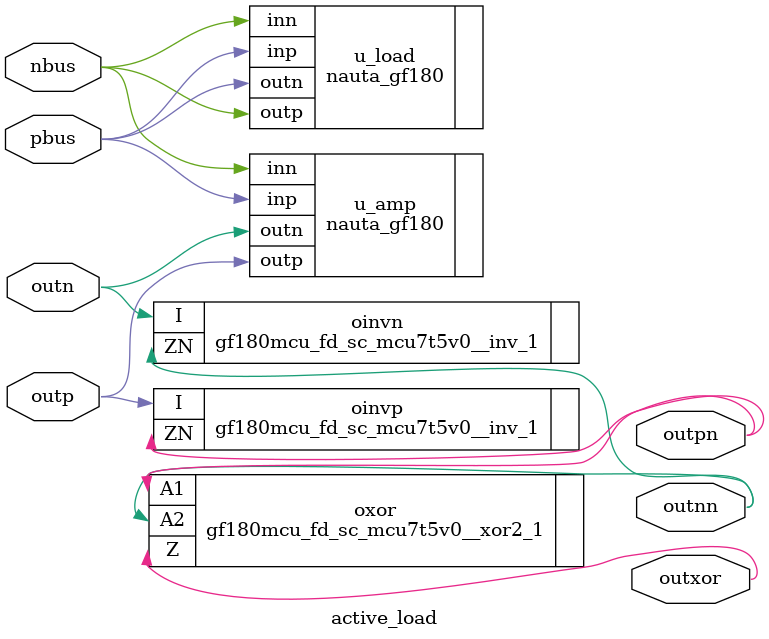
<source format=v>

`default_nettype none
module active_load(
    inout pbus,
    inout nbus,
    inout outp,
    inout outn,
    output outpn,   // output amplified by an inverter
    output outnn,   // output amplified by an inverter
    output outxor   // post inverter, xored
);

    // 3x112uS -> 3kΩ 
    // Active Load
    (* keep *) nauta_gf180 #(.MULT(4*3),.AUX(2*3)) u_load(.inp(pbus),.inn(nbus),.outp(nbus),.outn(pbus));

    // Intermediate Gain
    (* keep *) nauta_gf180 #(.MULT(4*1),.AUX(2*1)) u_amp(.inp(pbus),.inn(nbus),.outp(outp),.outn(outn));

    // assign outxor = outpn ^ outnn;
    (* keep *) gf180mcu_fd_sc_mcu7t5v0__inv_1 oinvp  (.I(outp),.ZN(outpn));
    (* keep *) gf180mcu_fd_sc_mcu7t5v0__inv_1 oinvn  (.I(outn),.ZN(outnn));
    (* keep *) gf180mcu_fd_sc_mcu7t5v0__xor2_1 oxor  (.A1(outpn),.A2(outnn),.Z(outxor));

endmodule /* active_load */

</source>
